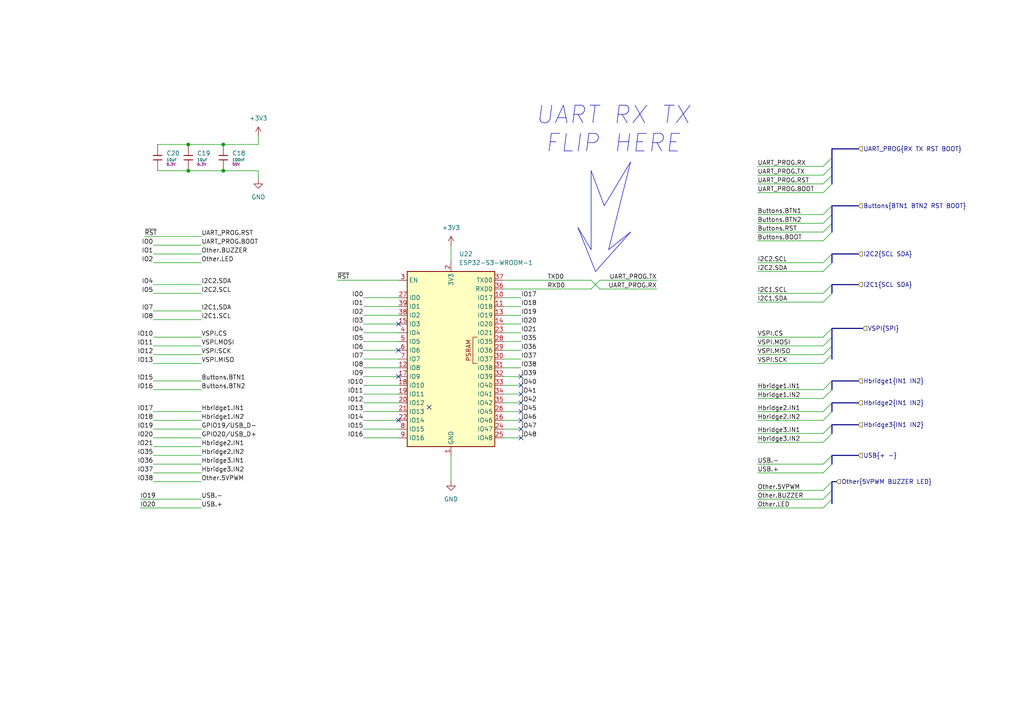
<source format=kicad_sch>
(kicad_sch (version 20231120) (generator "eeschema") (generator_version "8.0")
  (paper "A4")
  (title_block (title "ESP32S3 WROOM1") (date "2025-02-04") (rev "A") (company "Artem Horiunov") (comment 1 "DESIGNED IN POLAND"))
  (lib_symbols
    (symbol "PCM_JLCPCB-Capacitors:0402,100nF,(2)" (pin_numbers hide) (pin_names (offset 0))
      (property "Reference" "C" (at 2.032 1.668 0))
      (property "Value" "100nF" (at 2.032 -0.3782 0))
      (property "Voltage Rated" "50V" (at 2.032 -2.0462 0))
      (symbol "0402,100nF,(2)_0_1"
        (polyline (pts (xy -1.27 -0.635) (xy 1.27 -0.635)) (stroke (width 0.254)))
        (polyline (pts (xy -1.27 0.635) (xy 1.27 0.635)) (stroke (width 0.254)))
      )
      (symbol "0402,100nF,(2)_1_1"
        (pin passive line (at 0 3.81 270) (length 3.175) (name "~") (number "1"))
        (pin passive line (at 0 -3.81 90) (length 3.175) (name "~") (number "2"))
      )
    )
    (symbol "PCM_JLCPCB-Capacitors:0402,10uF" (pin_numbers hide) (pin_names (offset 0))
      (property "Reference" "C" (at 2.032 1.668 0))
      (property "Value" "10uF" (at 2.032 -0.3782 0))
      (property "Voltage Rated" "6.3V" (at 2.032 -2.0462 0))
      (symbol "0402,10uF_0_1"
        (polyline (pts (xy -1.27 -0.635) (xy 1.27 -0.635)) (stroke (width 0.254)))
        (polyline (pts (xy -1.27 0.635) (xy 1.27 0.635)) (stroke (width 0.254)))
      )
      (symbol "0402,10uF_1_1"
        (pin passive line (at 0 3.81 270) (length 3.175) (name "~") (number "1"))
        (pin passive line (at 0 -3.81 90) (length 3.175) (name "~") (number "2"))
      )
    )
    (symbol "RF_Module:ESP32-S3-WROOM-1"
      (property "Reference" "U" (at -12.7 26.67 0))
      (property "Value" "ESP32-S3-WROOM-1" (at 12.7 26.67 0))
      (symbol "ESP32-S3-WROOM-1_0_0"
        (rectangle (start -12.7 25.4) (end 12.7 -25.4) (stroke (width 0.254)) (fill (type background)))
        (text "PSRAM" (at 5.08 2.54 900) (effects (font (size 1.27 1.27))))
      )
      (symbol "ESP32-S3-WROOM-1_0_1"
        (polyline (pts (xy 7.62 -1.27) (xy 6.35 -1.27) (xy 6.35 6.35) (xy 7.62 6.35)))
      )
      (symbol "ESP32-S3-WROOM-1_1_1"
        (pin power_in line (at 0 -27.94 90) (length 2.54) (name "GND") (number "1"))
        (pin bidirectional line (at 15.24 17.78 180) (length 2.54) (name "IO17") (number "10"))
        (pin bidirectional line (at 15.24 15.24 180) (length 2.54) (name "IO18") (number "11"))
        (pin bidirectional line (at -15.24 -2.54 0) (length 2.54) (name "IO8") (number "12"))
        (pin bidirectional line (at 15.24 12.7 180) (length 2.54) (name "IO19") (number "13"))
        (pin bidirectional line (at 15.24 10.16 180) (length 2.54) (name "IO20") (number "14"))
        (pin bidirectional line (at -15.24 10.16 0) (length 2.54) (name "IO3") (number "15"))
        (pin bidirectional line (at 15.24 -17.78 180) (length 2.54) (name "IO46") (number "16"))
        (pin bidirectional line (at -15.24 -5.08 0) (length 2.54) (name "IO9") (number "17"))
        (pin bidirectional line (at -15.24 -7.62 0) (length 2.54) (name "IO10") (number "18"))
        (pin bidirectional line (at -15.24 -10.16 0) (length 2.54) (name "IO11") (number "19"))
        (pin power_in line (at 0 27.94 270) (length 2.54) (name "3V3") (number "2"))
        (pin bidirectional line (at -15.24 -12.7 0) (length 2.54) (name "IO12") (number "20"))
        (pin bidirectional line (at -15.24 -15.24 0) (length 2.54) (name "IO13") (number "21"))
        (pin bidirectional line (at -15.24 -17.78 0) (length 2.54) (name "IO14") (number "22"))
        (pin bidirectional line (at 15.24 7.62 180) (length 2.54) (name "IO21") (number "23"))
        (pin bidirectional line (at 15.24 -20.32 180) (length 2.54) (name "IO47") (number "24"))
        (pin bidirectional line (at 15.24 -22.86 180) (length 2.54) (name "IO48") (number "25"))
        (pin bidirectional line (at 15.24 -15.24 180) (length 2.54) (name "IO45") (number "26"))
        (pin bidirectional line (at -15.24 17.78 0) (length 2.54) (name "IO0") (number "27"))
        (pin bidirectional line (at 15.24 5.08 180) (length 2.54) (name "IO35") (number "28"))
        (pin bidirectional line (at 15.24 2.54 180) (length 2.54) (name "IO36") (number "29"))
        (pin input line (at -15.24 22.86 0) (length 2.54) (name "EN") (number "3"))
        (pin bidirectional line (at 15.24 0 180) (length 2.54) (name "IO37") (number "30"))
        (pin bidirectional line (at 15.24 -2.54 180) (length 2.54) (name "IO38") (number "31"))
        (pin bidirectional line (at 15.24 -5.08 180) (length 2.54) (name "IO39") (number "32"))
        (pin bidirectional line (at 15.24 -7.62 180) (length 2.54) (name "IO40") (number "33"))
        (pin bidirectional line (at 15.24 -10.16 180) (length 2.54) (name "IO41") (number "34"))
        (pin bidirectional line (at 15.24 -12.7 180) (length 2.54) (name "IO42") (number "35"))
        (pin bidirectional line (at 15.24 20.32 180) (length 2.54) (name "RXD0") (number "36"))
        (pin bidirectional line (at 15.24 22.86 180) (length 2.54) (name "TXD0") (number "37"))
        (pin bidirectional line (at -15.24 12.7 0) (length 2.54) (name "IO2") (number "38"))
        (pin bidirectional line (at -15.24 15.24 0) (length 2.54) (name "IO1") (number "39"))
        (pin bidirectional line (at -15.24 7.62 0) (length 2.54) (name "IO4") (number "4"))
        (pin passive line (at 0 -27.94 90) (length 2.54) hide (name "GND") (number "40"))
        (pin passive line (at 0 -27.94 90) (length 2.54) hide (name "GND") (number "41"))
        (pin bidirectional line (at -15.24 5.08 0) (length 2.54) (name "IO5") (number "5"))
        (pin bidirectional line (at -15.24 2.54 0) (length 2.54) (name "IO6") (number "6"))
        (pin bidirectional line (at -15.24 0 0) (length 2.54) (name "IO7") (number "7"))
        (pin bidirectional line (at -15.24 -20.32 0) (length 2.54) (name "IO15") (number "8"))
        (pin bidirectional line (at -15.24 -22.86 0) (length 2.54) (name "IO16") (number "9"))
      )
    )
    (symbol "power:+3V3" (power) (pin_numbers hide) (pin_names (offset 0) hide)
      (property "Value" "+3V3" (at 0 3.556 0))
      (symbol "+3V3_0_1"
        (polyline (pts (xy -0.762 1.27) (xy 0 2.54)))
        (polyline (pts (xy 0 0) (xy 0 2.54)))
        (polyline (pts (xy 0 2.54) (xy 0.762 1.27)))
      )
      (symbol "+3V3_1_1"
        (pin power_in line (at 0 0 90) (length 0) (name "~") (number "1"))
      )
    )
    (symbol "power:GND" (power) (pin_numbers hide) (pin_names (offset 0) hide)
      (property "Value" "GND" (at 0 -3.81 0))
      (symbol "GND_0_1"
        (polyline (pts (xy 0 0) (xy 0 -1.27) (xy 1.27 -1.27) (xy 0 -2.54) (xy -1.27 -1.27) (xy 0 -1.27)))
      )
      (symbol "GND_1_1"
        (pin power_in line (at 0 0 270) (length 0) (name "~") (number "1"))
      )
    )
  )
  (bus_alias "SPI" (members "CS" "MOSI" "MISO" "SCK"))
  (junction (at 64.77 49.53))
  (junction (at 54.61 49.53))
  (junction (at 54.61 41.91))
  (junction (at 64.77 41.91))
  (no_connect (at 151.13 116.84))
  (no_connect (at 151.13 127))
  (no_connect (at 124.46 118.11))
  (no_connect (at 151.13 114.3))
  (no_connect (at 115.57 93.98))
  (no_connect (at 151.13 111.76))
  (no_connect (at 115.57 109.22))
  (no_connect (at 115.57 101.6))
  (no_connect (at 151.13 121.92))
  (no_connect (at 151.13 124.46))
  (no_connect (at 151.13 119.38))
  (no_connect (at 151.13 109.22))
  (no_connect (at 115.57 121.92))
  (bus_entry (at 241.3 113.03) (size -2.54 2.54))
  (bus_entry (at 241.3 110.49) (size -2.54 2.54))
  (bus_entry (at 238.76 134.62) (size 2.54 -2.54))
  (bus_entry (at 241.3 53.34) (size -2.54 2.54))
  (bus_entry (at 241.3 100.33) (size -2.54 2.54))
  (bus_entry (at 241.3 50.8) (size -2.54 2.54))
  (bus_entry (at 241.3 62.23) (size -2.54 2.54))
  (bus_entry (at 241.3 125.73) (size -2.54 2.54))
  (bus_entry (at 241.3 123.19) (size -2.54 2.54))
  (bus_entry (at 241.3 95.25) (size -2.54 2.54))
  (bus_entry (at 241.3 76.2) (size -2.54 2.54))
  (bus_entry (at 241.3 139.7) (size -2.54 2.54))
  (bus_entry (at 241.3 142.24) (size -2.54 2.54))
  (bus_entry (at 241.3 48.26) (size -2.54 2.54))
  (bus_entry (at 241.3 97.79) (size -2.54 2.54))
  (bus_entry (at 241.3 64.77) (size -2.54 2.54))
  (bus_entry (at 241.3 73.66) (size -2.54 2.54))
  (bus_entry (at 241.3 67.31) (size -2.54 2.54))
  (bus_entry (at 238.76 137.16) (size 2.54 -2.54))
  (bus_entry (at 241.3 59.69) (size -2.54 2.54))
  (bus_entry (at 241.3 119.38) (size -2.54 2.54))
  (bus_entry (at 241.3 82.55) (size -2.54 2.54))
  (bus_entry (at 241.3 45.72) (size -2.54 2.54))
  (bus_entry (at 241.3 102.87) (size -2.54 2.54))
  (bus_entry (at 241.3 116.84) (size -2.54 2.54))
  (bus_entry (at 241.3 144.78) (size -2.54 2.54))
  (bus_entry (at 241.3 85.09) (size -2.54 2.54))
  (polyline (pts (xy 167.64 66.04) (xy 171.45 72.39)))
  (wire (pts (xy 105.41 111.76) (xy 115.57 111.76)))
  (wire (pts (xy 58.42 139.7) (xy 44.45 139.7)))
  (wire (pts (xy 171.45 81.28) (xy 173.99 83.82)))
  (wire (pts (xy 64.77 41.91) (xy 54.61 41.91)))
  (polyline (pts (xy 182.88 67.31) (xy 172.72 78.74)))
  (bus (pts (xy 241.3 134.62) (xy 241.3 132.08)))
  (bus (pts (xy 248.92 82.55) (xy 241.3 82.55)))
  (bus (pts (xy 241.3 123.19) (xy 241.3 125.73)))
  (bus (pts (xy 241.3 50.8) (xy 241.3 53.34)))
  (bus (pts (xy 241.3 48.26) (xy 241.3 50.8)))
  (wire (pts (xy 219.71 100.33) (xy 238.76 100.33)))
  (wire (pts (xy 44.45 110.49) (xy 58.42 110.49)))
  (wire (pts (xy 219.71 87.63) (xy 238.76 87.63)))
  (wire (pts (xy 151.13 99.06) (xy 146.05 99.06)))
  (wire (pts (xy 151.13 101.6) (xy 146.05 101.6)))
  (wire (pts (xy 58.42 119.38) (xy 44.45 119.38)))
  (bus (pts (xy 241.3 59.69) (xy 241.3 62.23)))
  (wire (pts (xy 41.91 68.58) (xy 58.42 68.58)))
  (bus (pts (xy 248.92 110.49) (xy 241.3 110.49)))
  (bus (pts (xy 241.3 100.33) (xy 241.3 102.87)))
  (wire (pts (xy 130.81 76.2) (xy 130.81 71.12)))
  (wire (pts (xy 151.13 88.9) (xy 146.05 88.9)))
  (wire (pts (xy 219.71 69.85) (xy 238.76 69.85)))
  (wire (pts (xy 54.61 41.91) (xy 45.72 41.91)))
  (wire (pts (xy 146.05 121.92) (xy 151.13 121.92)))
  (wire (pts (xy 238.76 134.62) (xy 219.71 134.62)))
  (wire (pts (xy 58.42 121.92) (xy 44.45 121.92)))
  (bus (pts (xy 248.92 132.08) (xy 241.3 132.08)))
  (wire (pts (xy 146.05 116.84) (xy 151.13 116.84)))
  (wire (pts (xy 219.71 115.57) (xy 238.76 115.57)))
  (wire (pts (xy 105.41 96.52) (xy 115.57 96.52)))
  (wire (pts (xy 219.71 142.24) (xy 238.76 142.24)))
  (wire (pts (xy 219.71 67.31) (xy 238.76 67.31)))
  (wire (pts (xy 74.93 41.91) (xy 64.77 41.91)))
  (wire (pts (xy 74.93 49.53) (xy 74.93 52.07)))
  (wire (pts (xy 105.41 127) (xy 115.57 127)))
  (bus (pts (xy 248.92 59.69) (xy 241.3 59.69)))
  (wire (pts (xy 44.45 90.17) (xy 58.42 90.17)))
  (wire (pts (xy 219.71 121.92) (xy 238.76 121.92)))
  (wire (pts (xy 105.41 99.06) (xy 115.57 99.06)))
  (wire (pts (xy 151.13 91.44) (xy 146.05 91.44)))
  (bus (pts (xy 242.57 139.7) (xy 241.3 139.7)))
  (wire (pts (xy 219.71 147.32) (xy 238.76 147.32)))
  (wire (pts (xy 146.05 111.76) (xy 151.13 111.76)))
  (wire (pts (xy 58.42 124.46) (xy 44.45 124.46)))
  (wire (pts (xy 151.13 93.98) (xy 146.05 93.98)))
  (bus (pts (xy 241.3 110.49) (xy 241.3 113.03)))
  (wire (pts (xy 74.93 39.37) (xy 74.93 41.91)))
  (bus (pts (xy 241.3 82.55) (xy 241.3 85.09)))
  (wire (pts (xy 44.45 97.79) (xy 58.42 97.79)))
  (bus (pts (xy 241.3 64.77) (xy 241.3 67.31)))
  (wire (pts (xy 219.71 85.09) (xy 238.76 85.09)))
  (wire (pts (xy 219.71 64.77) (xy 238.76 64.77)))
  (wire (pts (xy 44.45 71.12) (xy 58.42 71.12)))
  (bus (pts (xy 241.3 142.24) (xy 241.3 144.78)))
  (wire (pts (xy 219.71 78.74) (xy 238.76 78.74)))
  (wire (pts (xy 219.71 119.38) (xy 238.76 119.38)))
  (polyline (pts (xy 181.61 52.07) (xy 176.53 72.39)))
  (bus (pts (xy 241.3 45.72) (xy 241.3 48.26)))
  (wire (pts (xy 58.42 134.62) (xy 44.45 134.62)))
  (bus (pts (xy 248.92 73.66) (xy 241.3 73.66)))
  (wire (pts (xy 151.13 96.52) (xy 146.05 96.52)))
  (wire (pts (xy 146.05 83.82) (xy 171.45 83.82)))
  (bus (pts (xy 241.3 95.25) (xy 241.3 97.79)))
  (wire (pts (xy 54.61 49.53) (xy 64.77 49.53)))
  (bus (pts (xy 241.3 43.18) (xy 241.3 45.72)))
  (wire (pts (xy 105.41 88.9) (xy 115.57 88.9)))
  (wire (pts (xy 74.93 49.53) (xy 64.77 49.53)))
  (bus (pts (xy 250.19 95.25) (xy 241.3 95.25)))
  (polyline (pts (xy 172.72 78.74) (xy 167.64 66.04)))
  (wire (pts (xy 219.71 102.87) (xy 238.76 102.87)))
  (bus (pts (xy 241.3 102.87) (xy 241.3 104.14)))
  (wire (pts (xy 219.71 48.26) (xy 238.76 48.26)))
  (wire (pts (xy 219.71 97.79) (xy 238.76 97.79)))
  (wire (pts (xy 44.45 105.41) (xy 58.42 105.41)))
  (wire (pts (xy 44.45 82.55) (xy 58.42 82.55)))
  (bus (pts (xy 248.92 116.84) (xy 241.3 116.84)))
  (polyline (pts (xy 181.61 52.07) (xy 182.88 46.99)))
  (bus (pts (xy 241.3 139.7) (xy 241.3 142.24)))
  (wire (pts (xy 40.64 147.32) (xy 58.42 147.32)))
  (wire (pts (xy 146.05 127) (xy 151.13 127)))
  (wire (pts (xy 105.41 119.38) (xy 115.57 119.38)))
  (wire (pts (xy 219.71 128.27) (xy 238.76 128.27)))
  (wire (pts (xy 219.71 105.41) (xy 238.76 105.41)))
  (wire (pts (xy 151.13 104.14) (xy 146.05 104.14)))
  (wire (pts (xy 40.64 144.78) (xy 58.42 144.78)))
  (bus (pts (xy 241.3 97.79) (xy 241.3 100.33)))
  (wire (pts (xy 105.41 104.14) (xy 115.57 104.14)))
  (wire (pts (xy 105.41 91.44) (xy 115.57 91.44)))
  (wire (pts (xy 97.79 81.28) (xy 115.57 81.28)))
  (wire (pts (xy 58.42 137.16) (xy 44.45 137.16)))
  (bus (pts (xy 241.3 116.84) (xy 241.3 119.38)))
  (wire (pts (xy 219.71 53.34) (xy 238.76 53.34)))
  (wire (pts (xy 105.41 124.46) (xy 115.57 124.46)))
  (bus (pts (xy 241.3 62.23) (xy 241.3 64.77)))
  (wire (pts (xy 146.05 124.46) (xy 151.13 124.46)))
  (wire (pts (xy 105.41 114.3) (xy 115.57 114.3)))
  (wire (pts (xy 219.71 50.8) (xy 238.76 50.8)))
  (wire (pts (xy 58.42 132.08) (xy 44.45 132.08)))
  (wire (pts (xy 151.13 106.68) (xy 146.05 106.68)))
  (wire (pts (xy 219.71 76.2) (xy 238.76 76.2)))
  (wire (pts (xy 44.45 92.71) (xy 58.42 92.71)))
  (wire (pts (xy 105.41 106.68) (xy 115.57 106.68)))
  (wire (pts (xy 219.71 144.78) (xy 238.76 144.78)))
  (bus (pts (xy 248.92 43.18) (xy 241.3 43.18)))
  (wire (pts (xy 44.45 102.87) (xy 58.42 102.87)))
  (wire (pts (xy 219.71 113.03) (xy 238.76 113.03)))
  (wire (pts (xy 44.45 100.33) (xy 58.42 100.33)))
  (wire (pts (xy 219.71 137.16) (xy 238.76 137.16)))
  (wire (pts (xy 173.99 83.82) (xy 190.5 83.82)))
  (wire (pts (xy 58.42 127) (xy 44.45 127)))
  (polyline (pts (xy 171.45 72.39) (xy 171.45 49.53)))
  (wire (pts (xy 105.41 121.92) (xy 115.57 121.92)))
  (bus (pts (xy 241.3 73.66) (xy 241.3 76.2)))
  (wire (pts (xy 44.45 85.09) (xy 58.42 85.09)))
  (wire (pts (xy 45.72 49.53) (xy 54.61 49.53)))
  (wire (pts (xy 219.71 55.88) (xy 238.76 55.88)))
  (polyline (pts (xy 175.26 59.69) (xy 182.88 46.99)))
  (wire (pts (xy 130.81 132.08) (xy 130.81 139.7)))
  (wire (pts (xy 105.41 109.22) (xy 115.57 109.22)))
  (bus (pts (xy 248.92 123.19) (xy 241.3 123.19)))
  (wire (pts (xy 219.71 62.23) (xy 238.76 62.23)))
  (wire (pts (xy 105.41 101.6) (xy 115.57 101.6)))
  (bus (pts (xy 241.3 144.78) (xy 241.3 146.05)))
  (wire (pts (xy 105.41 86.36) (xy 115.57 86.36)))
  (wire (pts (xy 44.45 73.66) (xy 58.42 73.66)))
  (wire (pts (xy 44.45 76.2) (xy 58.42 76.2)))
  (wire (pts (xy 58.42 129.54) (xy 44.45 129.54)))
  (wire (pts (xy 151.13 86.36) (xy 146.05 86.36)))
  (wire (pts (xy 219.71 125.73) (xy 238.76 125.73)))
  (wire (pts (xy 146.05 109.22) (xy 151.13 109.22)))
  (wire (pts (xy 44.45 113.03) (xy 58.42 113.03)))
  (wire (pts (xy 146.05 114.3) (xy 151.13 114.3)))
  (polyline (pts (xy 176.53 72.39) (xy 182.88 67.31)))
  (wire (pts (xy 105.41 116.84) (xy 115.57 116.84)))
  (polyline (pts (xy 171.45 49.53) (xy 175.26 59.69)))
  (wire (pts (xy 105.41 93.98) (xy 115.57 93.98)))
  (wire (pts (xy 173.99 81.28) (xy 171.45 83.82)))
  (wire (pts (xy 146.05 81.28) (xy 171.45 81.28)))
  (wire (pts (xy 190.5 81.28) (xy 173.99 81.28)))
  (wire (pts (xy 146.05 119.38) (xy 151.13 119.38)))
  (text "UART RX TX\nFLIP HERE" (at 177.8 37.592 0) (effects (font (size 5.08 5.08) (italic yes))))
  (label "IO38" (at 151.13 106.68 0))
  (label "IO5" (at 105.41 99.06 180))
  (label "IO4" (at 44.45 82.55 180))
  (label "IO8" (at 105.41 106.68 180))
  (label "Other.BUZZER" (at 58.42 73.66 0))
  (label "IO1" (at 44.45 73.66 180))
  (label "IO17" (at 44.45 119.38 180))
  (label "Buttons.BTN1" (at 219.71 62.23 0))
  (label "IO6" (at 105.41 101.6 180))
  (label "IO19" (at 151.13 91.44 0))
  (label "Hbridge2.IN1" (at 219.71 119.38 0))
  (label "USB.-" (at 219.71 134.62 0))
  (label "UART_PROG.TX" (at 219.71 50.8 0))
  (label "VSPI.MOSI" (at 219.71 100.33 0))
  (label "Other.5VPWM" (at 219.71 142.24 0))
  (label "USB.+" (at 219.71 137.16 0))
  (label "VSPI.CS" (at 219.71 97.79 0))
  (label "IO13" (at 105.41 119.38 180))
  (label "Hbridge2.IN2" (at 219.71 121.92 0))
  (label "IO9" (at 105.41 109.22 180))
  (label "IO40" (at 151.13 111.76 0))
  (label "Other.BUZZER" (at 219.71 144.78 0))
  (label "I2C1.SCL" (at 219.71 85.09 0))
  (label "I2C2.SCL" (at 58.42 85.09 0))
  (label "IO38" (at 44.45 139.7 180))
  (label "IO11" (at 105.41 114.3 180))
  (label "IO41" (at 151.13 114.3 0))
  (label "Hbridge1.IN1" (at 58.42 119.38 0))
  (label "Hbridge1.IN2" (at 58.42 121.92 0))
  (label "UART_PROG.RX" (at 219.71 48.26 0))
  (label "IO18" (at 151.13 88.9 0))
  (label "TXD0" (at 158.75 81.28 0))
  (label "IO12" (at 44.45 102.87 180))
  (label "IO47" (at 151.13 124.46 0))
  (label "VSPI.MOSI" (at 58.42 100.33 0))
  (label "IO20" (at 151.13 93.98 0))
  (label "Hbridge2.IN2" (at 58.42 132.08 0))
  (label "Buttons.BTN2" (at 58.42 113.03 0))
  (label "IO5" (at 44.45 85.09 180))
  (label "Hbridge3.IN1" (at 219.71 125.73 0))
  (label "Other.LED" (at 219.71 147.32 0))
  (label "IO46" (at 151.13 121.92 0))
  (label "UART_PROG.BOOT" (at 219.71 55.88 0))
  (label "IO18" (at 44.45 121.92 180))
  (label "Hbridge2.IN1" (at 58.42 129.54 0))
  (label "IO48" (at 151.13 127 0))
  (label "Other.LED" (at 58.42 76.2 0))
  (label "VSPI.SCK" (at 219.71 105.41 0))
  (label "IO14" (at 105.41 121.92 180))
  (label "I2C2.SCL" (at 219.71 76.2 0))
  (label "IO8" (at 44.45 92.71 180))
  (label "Hbridge3.IN2" (at 219.71 128.27 0))
  (label "USB.+" (at 58.42 147.32 0))
  (label "IO45" (at 151.13 119.38 0))
  (label "IO36" (at 151.13 101.6 0))
  (label "VSPI.SCK" (at 58.42 102.87 0))
  (label "IO21" (at 44.45 129.54 180))
  (label "IO0" (at 44.45 71.12 180))
  (label "IO39" (at 151.13 109.22 0))
  (label "I2C1.SDA" (at 58.42 90.17 0))
  (label "IO2" (at 44.45 76.2 180))
  (label "Buttons.RST" (at 219.71 67.31 0))
  (label "IO0" (at 105.41 86.36 180))
  (label "UART_PROG.TX" (at 190.5 81.28 180))
  (label "IO7" (at 105.41 104.14 180))
  (label "Buttons.BOOT" (at 219.71 69.85 0))
  (label "I2C1.SDA" (at 219.71 87.63 0))
  (label "USB.-" (at 58.42 144.78 0))
  (label "IO37" (at 151.13 104.14 0))
  (label "IO10" (at 44.45 97.79 180))
  (label "UART_PROG.RST" (at 219.71 53.34 0))
  (label "I2C2.SDA" (at 58.42 82.55 0))
  (label "IO19" (at 40.64 144.78 0))
  (label "Other.5VPWM" (at 58.42 139.7 0))
  (label "IO3" (at 105.41 93.98 180))
  (label "IO1" (at 105.41 88.9 180))
  (label "GPIO20/USB_D+" (at 58.42 127 0))
  (label "VSPI.MISO" (at 219.71 102.87 0))
  (label "IO10" (at 105.41 111.76 180))
  (label "IO36" (at 44.45 134.62 180))
  (label "GPIO19/USB_D-" (at 58.42 124.46 0))
  (label "IO17" (at 151.13 86.36 0))
  (label "IO19" (at 44.45 124.46 180))
  (label "IO16" (at 44.45 113.03 180))
  (label "Hbridge3.IN2" (at 58.42 137.16 0))
  (label "IO37" (at 44.45 137.16 180))
  (label "IO4" (at 105.41 96.52 180))
  (label "IO16" (at 105.41 127 180))
  (label "I2C2.SDA" (at 219.71 78.74 0))
  (label "VSPI.CS" (at 58.42 97.79 0))
  (label "Hbridge1.IN2" (at 219.71 115.57 0))
  (label "IO7" (at 44.45 90.17 180))
  (label "IO35" (at 151.13 99.06 0))
  (label "Buttons.BTN1" (at 58.42 110.49 0))
  (label "Hbridge3.IN1" (at 58.42 134.62 0))
  (label "IO20" (at 40.64 147.32 0))
  (label "IO12" (at 105.41 116.84 180))
  (label "IO35" (at 44.45 132.08 180))
  (label "VSPI.MISO" (at 58.42 105.41 0))
  (label "~{RST}" (at 97.79 81.28 0))
  (label "I2C1.SCL" (at 58.42 92.71 0))
  (label "IO2" (at 105.41 91.44 180))
  (label "IO15" (at 105.41 124.46 180))
  (label "Hbridge1.IN1" (at 219.71 113.03 0))
  (label "IO13" (at 44.45 105.41 180))
  (label "IO21" (at 151.13 96.52 0))
  (label "UART_PROG.RX" (at 190.5 83.82 180))
  (label "IO20" (at 44.45 127 180))
  (label "Buttons.BTN2" (at 219.71 64.77 0))
  (label "UART_PROG.BOOT" (at 58.42 71.12 0))
  (label "IO11" (at 44.45 100.33 180))
  (label "RXD0" (at 158.75 83.82 0))
  (label "~{RST}" (at 41.91 68.58 0))
  (label "UART_PROG.RST" (at 58.42 68.58 0))
  (label "IO42" (at 151.13 116.84 0))
  (label "IO15" (at 44.45 110.49 180))
  (hierarchical_label "Hbridge1{IN1 IN2}" (shape input) (at 248.92 110.49 0))
  (hierarchical_label "Other{5VPWM BUZZER LED}" (shape input) (at 242.57 139.7 0))
  (hierarchical_label "VSPI{SPI}" (shape input) (at 250.19 95.25 0))
  (hierarchical_label "Buttons{BTN1 BTN2 RST BOOT}" (shape input) (at 248.92 59.69 0))
  (hierarchical_label "USB{+ -}" (shape input) (at 248.92 132.08 0))
  (hierarchical_label "I2C1{SCL SDA}" (shape input) (at 248.92 82.55 0))
  (hierarchical_label "UART_PROG{RX TX RST BOOT}" (shape input) (at 248.92 43.18 0))
  (hierarchical_label "Hbridge2{IN1 IN2}" (shape input) (at 248.92 116.84 0))
  (hierarchical_label "Hbridge3{IN1 IN2}" (shape input) (at 248.92 123.19 0))
  (hierarchical_label "I2C2{SCL SDA}" (shape input) (at 248.92 73.66 0))
  (symbol (lib_id "PCM_JLCPCB-Capacitors:0402,100nF,(2)") (at 64.77 45.72 0) (unit 1)
    (property "Reference" "C18" (at 67.31 44.45 0) (effects (justify left)))
    (property "Value" "100nF" (at 67.31 46.355 0) (effects (font (size 0.8 0.8)) (justify left)))
    (property "Footprint" "PCM_JLCPCB:C_0402" (effects (hide yes)))
    (property "Datasheet" "https://www.lcsc.com/datasheet/lcsc_datasheet_2304140030_Samsung-Electro-Mechanics-CL05B104KB54PNC_C307331.pdf" (effects (hide yes)))
    (property "Description" "50V 100nF X7R ±10% 0402 Multilayer Ceramic Capacitors MLCC - SMD/SMT ROHS" (effects (hide yes)))
    (property "LCSC" "C307331" (effects (hide yes)))
    (property "Stock" "5358037" (effects (hide yes)))
    (property "Price" "0.008USD" (effects (hide yes)))
    (property "Process" "SMT" (effects (hide yes)))
    (property "Minimum Qty" "20" (effects (hide yes)))
    (property "Attrition Qty" "10" (effects (hide yes)))
    (property "Class" "Basic Component" (effects (hide yes)))
    (property "Category" "Capacitors,Multilayer Ceramic Capacitors MLCC - SMD/SMT" (effects (hide yes)))
    (property "Manufacturer" "Samsung Electro-Mechanics" (effects (hide yes)))
    (property "Part" "CL05B104KB54PNC" (effects (hide yes)))
    (property "Voltage Rated" "50V" (at 67.31 47.625 0) (effects (font (size 0.8 0.8)) (justify left)))
    (property "Tolerance" "±10%" (effects (hide yes)))
    (property "Capacitance" "100nF" (effects (hide yes)))
    (property "Temperature Coefficient" "X7R" (effects (hide yes)))
  )
  (symbol (lib_id "PCM_JLCPCB-Capacitors:0402,10uF") (at 54.61 45.72 0) (unit 1)
    (property "Reference" "C19" (at 57.15 44.45 0) (effects (justify left)))
    (property "Value" "10uF" (at 57.15 46.355 0) (effects (font (size 0.8 0.8)) (justify left)))
    (property "Footprint" "PCM_JLCPCB:C_0402" (effects (hide yes)))
    (property "Datasheet" "https://www.lcsc.com/datasheet/lcsc_datasheet_2208231630_Samsung-Electro-Mechanics-CL05A106MQ5NUNC_C15525.pdf" (effects (hide yes)))
    (property "Description" "6.3V 10uF X5R ±20% 0402 Multilayer Ceramic Capacitors MLCC - SMD/SMT ROHS" (effects (hide yes)))
    (property "LCSC" "C15525" (effects (hide yes)))
    (property "Stock" "9197991" (effects (hide yes)))
    (property "Price" "0.007USD" (effects (hide yes)))
    (property "Process" "SMT" (effects (hide yes)))
    (property "Minimum Qty" "20" (effects (hide yes)))
    (property "Attrition Qty" "10" (effects (hide yes)))
    (property "Class" "Basic Component" (effects (hide yes)))
    (property "Category" "Capacitors,Multilayer Ceramic Capacitors MLCC - SMD/SMT" (effects (hide yes)))
    (property "Manufacturer" "Samsung Electro-Mechanics" (effects (hide yes)))
    (property "Part" "CL05A106MQ5NUNC" (effects (hide yes)))
    (property "Voltage Rated" "6.3V" (at 57.15 47.625 0) (effects (font (size 0.8 0.8)) (justify left)))
    (property "Tolerance" "±20%" (effects (hide yes)))
    (property "Capacitance" "10uF" (effects (hide yes)))
    (property "Temperature Coefficient" "X5R" (effects (hide yes)))
  )
  (symbol (lib_id "power:+3V3") (at 130.81 71.12 0) (unit 1)
    (property "Reference" "#PWR028" (effects (hide yes)))
    (property "Value" "+3V3" (at 130.81 66.04 0))
    (property "Description" "Power symbol creates a global label with name \"+3V3\"" (effects (hide yes)))
  )
  (symbol (lib_id "PCM_JLCPCB-Capacitors:0402,10uF") (at 45.72 45.72 0) (unit 1)
    (property "Reference" "C20" (at 48.26 44.45 0) (effects (justify left)))
    (property "Value" "10uF" (at 48.26 46.355 0) (effects (font (size 0.8 0.8)) (justify left)))
    (property "Footprint" "PCM_JLCPCB:C_0402" (effects (hide yes)))
    (property "Datasheet" "https://www.lcsc.com/datasheet/lcsc_datasheet_2208231630_Samsung-Electro-Mechanics-CL05A106MQ5NUNC_C15525.pdf" (effects (hide yes)))
    (property "Description" "6.3V 10uF X5R ±20% 0402 Multilayer Ceramic Capacitors MLCC - SMD/SMT ROHS" (effects (hide yes)))
    (property "LCSC" "C15525" (effects (hide yes)))
    (property "Stock" "9197991" (effects (hide yes)))
    (property "Price" "0.007USD" (effects (hide yes)))
    (property "Process" "SMT" (effects (hide yes)))
    (property "Minimum Qty" "20" (effects (hide yes)))
    (property "Attrition Qty" "10" (effects (hide yes)))
    (property "Class" "Basic Component" (effects (hide yes)))
    (property "Category" "Capacitors,Multilayer Ceramic Capacitors MLCC - SMD/SMT" (effects (hide yes)))
    (property "Manufacturer" "Samsung Electro-Mechanics" (effects (hide yes)))
    (property "Part" "CL05A106MQ5NUNC" (effects (hide yes)))
    (property "Voltage Rated" "6.3V" (at 48.26 47.625 0) (effects (font (size 0.8 0.8)) (justify left)))
    (property "Tolerance" "±20%" (effects (hide yes)))
    (property "Capacitance" "10uF" (effects (hide yes)))
    (property "Temperature Coefficient" "X5R" (effects (hide yes)))
  )
  (symbol (lib_id "power:GND") (at 130.81 139.7 0) (mirror y) (unit 1)
    (property "Reference" "#PWR0143" (effects (hide yes)))
    (property "Value" "GND" (at 130.81 144.78 0))
    (property "Description" "Power symbol creates a global label with name \"GND\" , ground" (effects (hide yes)))
  )
  (symbol (lib_id "power:GND") (at 74.93 52.07 0) (unit 1)
    (property "Reference" "#PWR027" (effects (hide yes)))
    (property "Value" "GND" (at 74.93 57.15 0))
    (property "Description" "Power symbol creates a global label with name \"GND\" , ground" (effects (hide yes)))
  )
  (symbol (lib_id "power:+3V3") (at 74.93 39.37 0) (unit 1)
    (property "Reference" "#PWR016" (effects (hide yes)))
    (property "Value" "+3V3" (at 74.93 34.29 0))
    (property "Description" "Power symbol creates a global label with name \"+3V3\"" (effects (hide yes)))
  )
  (symbol (lib_id "RF_Module:ESP32-S3-WROOM-1") (at 130.81 104.14 0) (unit 1)
    (property "Reference" "U22" (at 133.1334 73.66 0) (effects (justify left)))
    (property "Value" "ESP32-S3-WROOM-1" (at 133.1334 76.2 0) (effects (justify left)))
    (property "Footprint" "RF_Module:ESP32-S3-WROOM-1" (effects (hide yes)))
    (property "Datasheet" "https://www.espressif.com/sites/default/files/documentation/esp32-s3-wroom-1_wroom-1u_datasheet_en.pdf" (effects (hide yes)))
    (property "Description" "RF Module, ESP32-S3 SoC, Wi-Fi 802.11b/g/n, Bluetooth, BLE, 32-bit, 3.3V, onboard antenna, SMD" (effects (hide yes)))
  )
)
</source>
